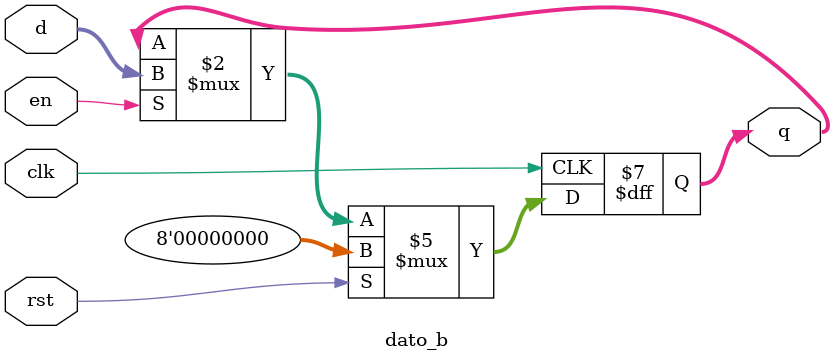
<source format=v>
module dato_b(
  input  wire       clk,   // señal de reloj
  input  wire       rst,   // reset activo-alto (sincrónico)
  input  wire       en,    // enable activo-alto
  input  wire [7:0] d,     // dato de entrada (8 bits)
  output reg  [7:0] q      // salida registrada
);
  always @(posedge clk) begin
    if (rst)      
      q <= 8'd0;   // si rst=1, en el próximo flanco de clk, salida = 0
    else if (en)  
      q <= d;      // si rst=0 y en=1, carga el dato de entrada d
    // si rst=0 y en=0, mantiene el valor anterior de q
  end
endmodule
</source>
